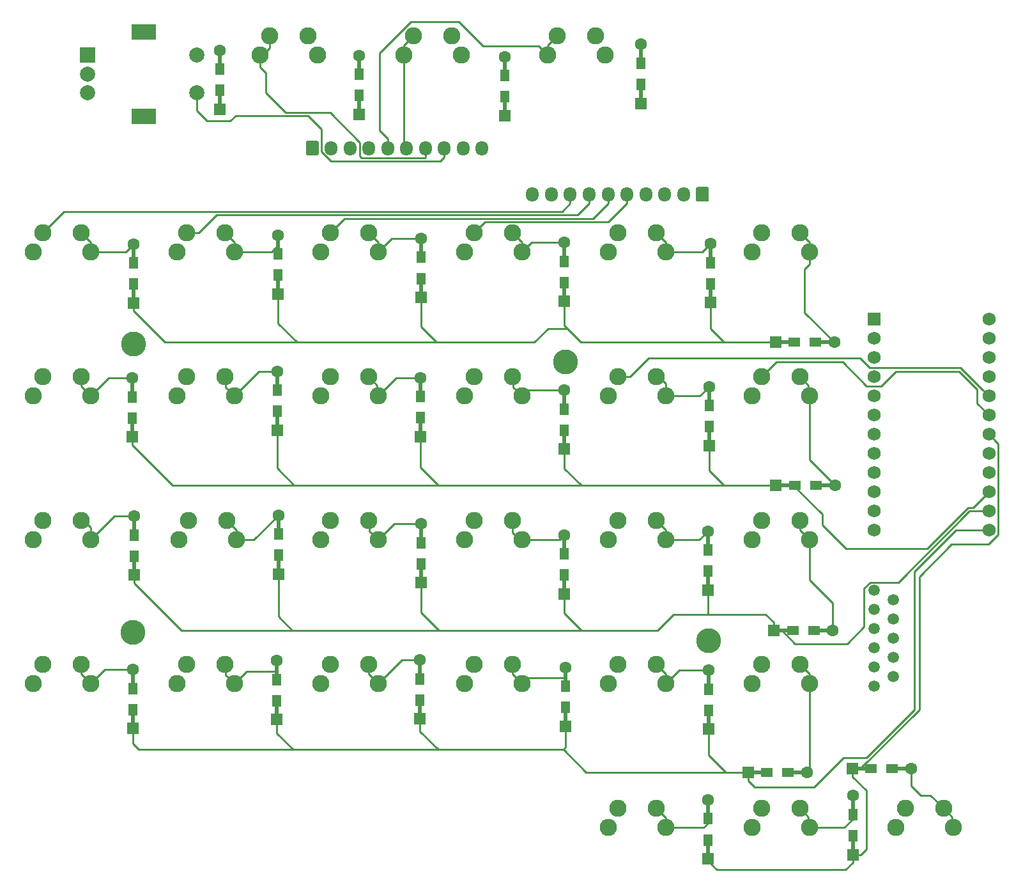
<source format=gbl>
G04 #@! TF.GenerationSoftware,KiCad,Pcbnew,(5.1.5-0-10_14)*
G04 #@! TF.CreationDate,2021-05-07T17:03:44+03:00*
G04 #@! TF.ProjectId,Sotka,536f746b-612e-46b6-9963-61645f706362,rev?*
G04 #@! TF.SameCoordinates,Original*
G04 #@! TF.FileFunction,Copper,L2,Bot*
G04 #@! TF.FilePolarity,Positive*
%FSLAX46Y46*%
G04 Gerber Fmt 4.6, Leading zero omitted, Abs format (unit mm)*
G04 Created by KiCad (PCBNEW (5.1.5-0-10_14)) date 2021-05-07 17:03:44*
%MOMM*%
%LPD*%
G04 APERTURE LIST*
%ADD10C,3.300000*%
%ADD11C,1.500000*%
%ADD12R,1.600000X1.600000*%
%ADD13C,1.600000*%
%ADD14R,0.500000X2.900000*%
%ADD15R,1.200000X1.600000*%
%ADD16R,2.900000X0.500000*%
%ADD17R,1.600000X1.200000*%
%ADD18C,2.286000*%
%ADD19C,2.000000*%
%ADD20R,3.200000X2.000000*%
%ADD21R,2.000000X2.000000*%
%ADD22C,1.752600*%
%ADD23R,1.752600X1.752600*%
%ADD24O,1.700000X1.950000*%
%ADD25C,0.100000*%
%ADD26C,0.250000*%
G04 APERTURE END LIST*
D10*
X100060000Y-69100000D03*
X42740000Y-104980000D03*
X42870000Y-66740000D03*
X119050000Y-106050000D03*
D11*
X143540000Y-105730000D03*
X141000000Y-112080000D03*
X141000000Y-107000000D03*
X143540000Y-108270000D03*
X143540000Y-110810000D03*
X141000000Y-109540000D03*
D12*
X42760000Y-117670000D03*
D13*
X42760000Y-109870000D03*
D14*
X42760000Y-116270000D03*
D15*
X42760000Y-115170000D03*
X42760000Y-112370000D03*
D14*
X42760000Y-111270000D03*
D12*
X42690000Y-79070000D03*
D13*
X42690000Y-71270000D03*
D14*
X42690000Y-77670000D03*
D15*
X42690000Y-76570000D03*
X42690000Y-73770000D03*
D14*
X42690000Y-72670000D03*
D12*
X42930000Y-97350000D03*
D13*
X42930000Y-89550000D03*
D14*
X42930000Y-95950000D03*
D15*
X42930000Y-94850000D03*
X42930000Y-92050000D03*
D14*
X42930000Y-90950000D03*
D12*
X42890000Y-61350000D03*
D13*
X42890000Y-53550000D03*
D14*
X42890000Y-59950000D03*
D15*
X42890000Y-58850000D03*
X42890000Y-56050000D03*
D14*
X42890000Y-54950000D03*
D12*
X61820000Y-116480000D03*
D13*
X61820000Y-108680000D03*
D14*
X61820000Y-115080000D03*
D15*
X61820000Y-113980000D03*
X61820000Y-111180000D03*
D14*
X61820000Y-110080000D03*
D12*
X61860000Y-78170000D03*
D13*
X61860000Y-70370000D03*
D14*
X61860000Y-76770000D03*
D15*
X61860000Y-75670000D03*
X61860000Y-72870000D03*
D14*
X61860000Y-71770000D03*
D12*
X62030000Y-97230000D03*
D13*
X62030000Y-89430000D03*
D14*
X62030000Y-95830000D03*
D15*
X62030000Y-94730000D03*
X62030000Y-91930000D03*
D14*
X62030000Y-90830000D03*
D12*
X62020000Y-60150000D03*
D13*
X62020000Y-52350000D03*
D14*
X62020000Y-58750000D03*
D15*
X62020000Y-57650000D03*
X62020000Y-54850000D03*
D14*
X62020000Y-53750000D03*
D12*
X80800000Y-116422500D03*
D13*
X80800000Y-108622500D03*
D14*
X80800000Y-115022500D03*
D15*
X80800000Y-113922500D03*
X80800000Y-111122500D03*
D14*
X80800000Y-110022500D03*
D12*
X118970000Y-134932500D03*
D13*
X118970000Y-127132500D03*
D14*
X118970000Y-133532500D03*
D15*
X118970000Y-132432500D03*
X118970000Y-129632500D03*
D14*
X118970000Y-128532500D03*
D12*
X80830000Y-79042500D03*
D13*
X80830000Y-71242500D03*
D14*
X80830000Y-77642500D03*
D15*
X80830000Y-76542500D03*
X80830000Y-73742500D03*
D14*
X80830000Y-72642500D03*
D12*
X80910000Y-98382500D03*
D13*
X80910000Y-90582500D03*
D14*
X80910000Y-96982500D03*
D15*
X80910000Y-95882500D03*
X80910000Y-93082500D03*
D14*
X80910000Y-91982500D03*
D12*
X80990000Y-60592500D03*
D13*
X80990000Y-52792500D03*
D14*
X80990000Y-59192500D03*
D15*
X80990000Y-58092500D03*
X80990000Y-55292500D03*
D14*
X80990000Y-54192500D03*
D12*
X100120000Y-117385000D03*
D13*
X100120000Y-109585000D03*
D14*
X100120000Y-115985000D03*
D15*
X100120000Y-114885000D03*
X100120000Y-112085000D03*
D14*
X100120000Y-110985000D03*
D12*
X138150000Y-134380000D03*
D13*
X138150000Y-126580000D03*
D14*
X138150000Y-132980000D03*
D15*
X138150000Y-131880000D03*
X138150000Y-129080000D03*
D14*
X138150000Y-127980000D03*
D12*
X99950000Y-80675000D03*
D13*
X99950000Y-72875000D03*
D14*
X99950000Y-79275000D03*
D15*
X99950000Y-78175000D03*
X99950000Y-75375000D03*
D14*
X99950000Y-74275000D03*
D12*
X99940000Y-99875000D03*
D13*
X99940000Y-92075000D03*
D14*
X99940000Y-98475000D03*
D15*
X99940000Y-97375000D03*
X99940000Y-94575000D03*
D14*
X99940000Y-93475000D03*
D12*
X99950000Y-61110000D03*
D13*
X99950000Y-53310000D03*
D14*
X99950000Y-59710000D03*
D15*
X99950000Y-58610000D03*
X99950000Y-55810000D03*
D14*
X99950000Y-54710000D03*
D12*
X119050000Y-117762500D03*
D13*
X119050000Y-109962500D03*
D14*
X119050000Y-116362500D03*
D15*
X119050000Y-115262500D03*
X119050000Y-112462500D03*
D14*
X119050000Y-111362500D03*
D12*
X138090000Y-123000000D03*
D13*
X145890000Y-123000000D03*
D16*
X139490000Y-123000000D03*
D17*
X140590000Y-123000000D03*
X143390000Y-123000000D03*
D16*
X144490000Y-123000000D03*
D12*
X119140000Y-80222500D03*
D13*
X119140000Y-72422500D03*
D14*
X119140000Y-78822500D03*
D15*
X119140000Y-77722500D03*
X119140000Y-74922500D03*
D14*
X119140000Y-73822500D03*
D12*
X118940000Y-99362500D03*
D13*
X118940000Y-91562500D03*
D14*
X118940000Y-97962500D03*
D15*
X118940000Y-96862500D03*
X118940000Y-94062500D03*
D14*
X118940000Y-92962500D03*
D12*
X119320000Y-61280000D03*
D13*
X119320000Y-53480000D03*
D14*
X119320000Y-59880000D03*
D15*
X119320000Y-58780000D03*
X119320000Y-55980000D03*
D14*
X119320000Y-54880000D03*
D12*
X124290000Y-123510000D03*
D13*
X132090000Y-123510000D03*
D16*
X125690000Y-123510000D03*
D17*
X126790000Y-123510000D03*
X129590000Y-123510000D03*
D16*
X130690000Y-123510000D03*
D12*
X127980000Y-85480000D03*
D13*
X135780000Y-85480000D03*
D16*
X129380000Y-85480000D03*
D17*
X130480000Y-85480000D03*
X133280000Y-85480000D03*
D16*
X134380000Y-85480000D03*
D12*
X127700000Y-104680000D03*
D13*
X135500000Y-104680000D03*
D16*
X129100000Y-104680000D03*
D17*
X130200000Y-104680000D03*
X133000000Y-104680000D03*
D16*
X134100000Y-104680000D03*
D12*
X127900000Y-66510000D03*
D13*
X135700000Y-66510000D03*
D16*
X129300000Y-66510000D03*
D17*
X130400000Y-66510000D03*
X133200000Y-66510000D03*
D16*
X134300000Y-66510000D03*
D18*
X29527500Y-111760000D03*
X35877500Y-109220000D03*
X30797500Y-109220000D03*
X37147500Y-111760000D03*
X29527500Y-73660000D03*
X35877500Y-71120000D03*
X30797500Y-71120000D03*
X37147500Y-73660000D03*
X29527500Y-92710000D03*
X35877500Y-90170000D03*
X30797500Y-90170000D03*
X37147500Y-92710000D03*
X48577500Y-111760000D03*
X54927500Y-109220000D03*
X49847500Y-109220000D03*
X56197500Y-111760000D03*
X48577500Y-73660000D03*
X54927500Y-71120000D03*
X49847500Y-71120000D03*
X56197500Y-73660000D03*
X48895000Y-92710000D03*
X55245000Y-90170000D03*
X50165000Y-90170000D03*
X56515000Y-92710000D03*
X48577500Y-54610000D03*
X54927500Y-52070000D03*
X49847500Y-52070000D03*
X56197500Y-54610000D03*
X67627500Y-111760000D03*
X73977500Y-109220000D03*
X68897500Y-109220000D03*
X75247500Y-111760000D03*
X105727500Y-130810000D03*
X112077500Y-128270000D03*
X106997500Y-128270000D03*
X113347500Y-130810000D03*
X67627500Y-73660000D03*
X73977500Y-71120000D03*
X68897500Y-71120000D03*
X75247500Y-73660000D03*
X67627500Y-92710000D03*
X73977500Y-90170000D03*
X68897500Y-90170000D03*
X75247500Y-92710000D03*
X67627500Y-54610000D03*
X73977500Y-52070000D03*
X68897500Y-52070000D03*
X75247500Y-54610000D03*
X86677500Y-111760000D03*
X93027500Y-109220000D03*
X87947500Y-109220000D03*
X94297500Y-111760000D03*
X124777500Y-130810000D03*
X131127500Y-128270000D03*
X126047500Y-128270000D03*
X132397500Y-130810000D03*
X86677500Y-73660000D03*
X93027500Y-71120000D03*
X87947500Y-71120000D03*
X94297500Y-73660000D03*
X86677500Y-92710000D03*
X93027500Y-90170000D03*
X87947500Y-90170000D03*
X94297500Y-92710000D03*
X86677500Y-54610000D03*
X93027500Y-52070000D03*
X87947500Y-52070000D03*
X94297500Y-54610000D03*
X105727500Y-111760000D03*
X112077500Y-109220000D03*
X106997500Y-109220000D03*
X113347500Y-111760000D03*
X143827500Y-130810000D03*
X150177500Y-128270000D03*
X145097500Y-128270000D03*
X151447500Y-130810000D03*
X105727500Y-73660000D03*
X112077500Y-71120000D03*
X106997500Y-71120000D03*
X113347500Y-73660000D03*
X105727500Y-92710000D03*
X112077500Y-90170000D03*
X106997500Y-90170000D03*
X113347500Y-92710000D03*
X105727500Y-54610000D03*
X112077500Y-52070000D03*
X106997500Y-52070000D03*
X113347500Y-54610000D03*
X124777500Y-111760000D03*
X131127500Y-109220000D03*
X126047500Y-109220000D03*
X132397500Y-111760000D03*
X124777500Y-73660000D03*
X131127500Y-71120000D03*
X126047500Y-71120000D03*
X132397500Y-73660000D03*
X124777500Y-92710000D03*
X131127500Y-90170000D03*
X126047500Y-90170000D03*
X132397500Y-92710000D03*
X124777500Y-54610000D03*
X131127500Y-52070000D03*
X126047500Y-52070000D03*
X132397500Y-54610000D03*
X29527500Y-54610000D03*
X35877500Y-52070000D03*
X30797500Y-52070000D03*
X37147500Y-54610000D03*
D19*
X51217500Y-33512500D03*
X51217500Y-28512500D03*
D20*
X44217500Y-36612500D03*
X44217500Y-25412500D03*
D19*
X36717500Y-33512500D03*
X36717500Y-31012500D03*
D21*
X36717500Y-28512500D03*
D22*
X156190000Y-63500000D03*
X140950000Y-91440000D03*
X156190000Y-66040000D03*
X156190000Y-68580000D03*
X156190000Y-71120000D03*
X156190000Y-73660000D03*
X156190000Y-76200000D03*
X156190000Y-78740000D03*
X156190000Y-81280000D03*
X156190000Y-83820000D03*
X156190000Y-86360000D03*
X156190000Y-88900000D03*
X156190000Y-91440000D03*
X140950000Y-88900000D03*
X140950000Y-86360000D03*
X140950000Y-83820000D03*
X140950000Y-81280000D03*
X140950000Y-78740000D03*
X140950000Y-76200000D03*
X140950000Y-73660000D03*
X140950000Y-71120000D03*
X140950000Y-68580000D03*
X140950000Y-66040000D03*
D23*
X140950000Y-63500000D03*
D12*
X54240000Y-35680000D03*
D13*
X54240000Y-27880000D03*
D14*
X54240000Y-34280000D03*
D15*
X54240000Y-33180000D03*
X54240000Y-30380000D03*
D14*
X54240000Y-29280000D03*
D12*
X72740000Y-36370000D03*
D13*
X72740000Y-28570000D03*
D14*
X72740000Y-34970000D03*
D15*
X72740000Y-33870000D03*
X72740000Y-31070000D03*
D14*
X72740000Y-29970000D03*
D12*
X92050000Y-36540000D03*
D13*
X92050000Y-28740000D03*
D14*
X92050000Y-35140000D03*
D15*
X92050000Y-34040000D03*
X92050000Y-31240000D03*
D14*
X92050000Y-30140000D03*
D12*
X110080000Y-34900000D03*
D13*
X110080000Y-27100000D03*
D14*
X110080000Y-33500000D03*
D15*
X110080000Y-32400000D03*
X110080000Y-29600000D03*
D14*
X110080000Y-28500000D03*
D24*
X89030000Y-40820000D03*
X86530000Y-40820000D03*
X84030000Y-40820000D03*
X81530000Y-40820000D03*
X79030000Y-40820000D03*
X76530000Y-40820000D03*
X74030000Y-40820000D03*
X71530000Y-40820000D03*
X69030000Y-40820000D03*
G04 #@! TA.AperFunction,ComponentPad*
D25*
G36*
X67154504Y-39846204D02*
G01*
X67178773Y-39849804D01*
X67202571Y-39855765D01*
X67225671Y-39864030D01*
X67247849Y-39874520D01*
X67268893Y-39887133D01*
X67288598Y-39901747D01*
X67306777Y-39918223D01*
X67323253Y-39936402D01*
X67337867Y-39956107D01*
X67350480Y-39977151D01*
X67360970Y-39999329D01*
X67369235Y-40022429D01*
X67375196Y-40046227D01*
X67378796Y-40070496D01*
X67380000Y-40095000D01*
X67380000Y-41545000D01*
X67378796Y-41569504D01*
X67375196Y-41593773D01*
X67369235Y-41617571D01*
X67360970Y-41640671D01*
X67350480Y-41662849D01*
X67337867Y-41683893D01*
X67323253Y-41703598D01*
X67306777Y-41721777D01*
X67288598Y-41738253D01*
X67268893Y-41752867D01*
X67247849Y-41765480D01*
X67225671Y-41775970D01*
X67202571Y-41784235D01*
X67178773Y-41790196D01*
X67154504Y-41793796D01*
X67130000Y-41795000D01*
X65930000Y-41795000D01*
X65905496Y-41793796D01*
X65881227Y-41790196D01*
X65857429Y-41784235D01*
X65834329Y-41775970D01*
X65812151Y-41765480D01*
X65791107Y-41752867D01*
X65771402Y-41738253D01*
X65753223Y-41721777D01*
X65736747Y-41703598D01*
X65722133Y-41683893D01*
X65709520Y-41662849D01*
X65699030Y-41640671D01*
X65690765Y-41617571D01*
X65684804Y-41593773D01*
X65681204Y-41569504D01*
X65680000Y-41545000D01*
X65680000Y-40095000D01*
X65681204Y-40070496D01*
X65684804Y-40046227D01*
X65690765Y-40022429D01*
X65699030Y-39999329D01*
X65709520Y-39977151D01*
X65722133Y-39956107D01*
X65736747Y-39936402D01*
X65753223Y-39918223D01*
X65771402Y-39901747D01*
X65791107Y-39887133D01*
X65812151Y-39874520D01*
X65834329Y-39864030D01*
X65857429Y-39855765D01*
X65881227Y-39849804D01*
X65905496Y-39846204D01*
X65930000Y-39845000D01*
X67130000Y-39845000D01*
X67154504Y-39846204D01*
G37*
G04 #@! TD.AperFunction*
D24*
X95720000Y-46950000D03*
X98220000Y-46950000D03*
X100720000Y-46950000D03*
X103220000Y-46950000D03*
X105720000Y-46950000D03*
X108220000Y-46950000D03*
X110720000Y-46950000D03*
X113220000Y-46950000D03*
X115720000Y-46950000D03*
G04 #@! TA.AperFunction,ComponentPad*
D25*
G36*
X118844504Y-45976204D02*
G01*
X118868773Y-45979804D01*
X118892571Y-45985765D01*
X118915671Y-45994030D01*
X118937849Y-46004520D01*
X118958893Y-46017133D01*
X118978598Y-46031747D01*
X118996777Y-46048223D01*
X119013253Y-46066402D01*
X119027867Y-46086107D01*
X119040480Y-46107151D01*
X119050970Y-46129329D01*
X119059235Y-46152429D01*
X119065196Y-46176227D01*
X119068796Y-46200496D01*
X119070000Y-46225000D01*
X119070000Y-47675000D01*
X119068796Y-47699504D01*
X119065196Y-47723773D01*
X119059235Y-47747571D01*
X119050970Y-47770671D01*
X119040480Y-47792849D01*
X119027867Y-47813893D01*
X119013253Y-47833598D01*
X118996777Y-47851777D01*
X118978598Y-47868253D01*
X118958893Y-47882867D01*
X118937849Y-47895480D01*
X118915671Y-47905970D01*
X118892571Y-47914235D01*
X118868773Y-47920196D01*
X118844504Y-47923796D01*
X118820000Y-47925000D01*
X117620000Y-47925000D01*
X117595496Y-47923796D01*
X117571227Y-47920196D01*
X117547429Y-47914235D01*
X117524329Y-47905970D01*
X117502151Y-47895480D01*
X117481107Y-47882867D01*
X117461402Y-47868253D01*
X117443223Y-47851777D01*
X117426747Y-47833598D01*
X117412133Y-47813893D01*
X117399520Y-47792849D01*
X117389030Y-47770671D01*
X117380765Y-47747571D01*
X117374804Y-47723773D01*
X117371204Y-47699504D01*
X117370000Y-47675000D01*
X117370000Y-46225000D01*
X117371204Y-46200496D01*
X117374804Y-46176227D01*
X117380765Y-46152429D01*
X117389030Y-46129329D01*
X117399520Y-46107151D01*
X117412133Y-46086107D01*
X117426747Y-46066402D01*
X117443223Y-46048223D01*
X117461402Y-46031747D01*
X117481107Y-46017133D01*
X117502151Y-46004520D01*
X117524329Y-45994030D01*
X117547429Y-45985765D01*
X117571227Y-45979804D01*
X117595496Y-45976204D01*
X117620000Y-45975000D01*
X118820000Y-45975000D01*
X118844504Y-45976204D01*
G37*
G04 #@! TD.AperFunction*
D18*
X59602500Y-28472500D03*
X65952500Y-25932500D03*
X60872500Y-25932500D03*
X67222500Y-28472500D03*
X78652500Y-28472500D03*
X85002500Y-25932500D03*
X79922500Y-25932500D03*
X86272500Y-28472500D03*
X97702500Y-28472500D03*
X104052500Y-25932500D03*
X98972500Y-25932500D03*
X105322500Y-28472500D03*
D11*
X143540000Y-105735000D03*
X141000000Y-99385000D03*
X141000000Y-104465000D03*
X143540000Y-103195000D03*
X143540000Y-100655000D03*
X141000000Y-101925000D03*
D26*
X42930000Y-98400000D02*
X42930000Y-97350000D01*
X49210000Y-104680000D02*
X42930000Y-98400000D01*
X62030000Y-102860000D02*
X62030000Y-97230000D01*
X63850000Y-104680000D02*
X62030000Y-102860000D01*
X63850000Y-104680000D02*
X49210000Y-104680000D01*
X80910000Y-102310000D02*
X80910000Y-98382500D01*
X83280000Y-104680000D02*
X80910000Y-102310000D01*
X83280000Y-104680000D02*
X63850000Y-104680000D01*
X99940000Y-102440000D02*
X99940000Y-99875000D01*
X102180000Y-104680000D02*
X99940000Y-102440000D01*
X102180000Y-104680000D02*
X83280000Y-104680000D01*
X154950725Y-88900000D02*
X156190000Y-88900000D01*
X139660000Y-99133998D02*
X140483999Y-98309999D01*
X144200001Y-98309999D02*
X153610000Y-88900000D01*
X139660000Y-104230000D02*
X139660000Y-99133998D01*
X153610000Y-88900000D02*
X156190000Y-88900000D01*
X137450000Y-106440000D02*
X139660000Y-104230000D01*
X140483999Y-98309999D02*
X144200001Y-98309999D01*
X130510000Y-106440000D02*
X137450000Y-106440000D01*
X128750000Y-104680000D02*
X130510000Y-106440000D01*
X127700000Y-104680000D02*
X128750000Y-104680000D01*
X127700000Y-103630000D02*
X127700000Y-104680000D01*
X126620000Y-102550000D02*
X127700000Y-103630000D01*
X118940000Y-102550000D02*
X126620000Y-102550000D01*
X118940000Y-99362500D02*
X118940000Y-102550000D01*
X118940000Y-102550000D02*
X114400000Y-102550000D01*
X112270000Y-104680000D02*
X102180000Y-104680000D01*
X114400000Y-102550000D02*
X112270000Y-104680000D01*
X42890000Y-62400000D02*
X42890000Y-61350000D01*
X47000000Y-66510000D02*
X42890000Y-62400000D01*
X65110000Y-66510000D02*
X64490000Y-66510000D01*
X65110000Y-66510000D02*
X47000000Y-66510000D01*
X62020000Y-64040000D02*
X62020000Y-60150000D01*
X64490000Y-66510000D02*
X62020000Y-64040000D01*
X80990000Y-64510000D02*
X80990000Y-60592500D01*
X82990000Y-66510000D02*
X80990000Y-64510000D01*
X82990000Y-66510000D02*
X65110000Y-66510000D01*
X99950000Y-64330000D02*
X99950000Y-61110000D01*
X119320000Y-64740000D02*
X119320000Y-61280000D01*
X121090000Y-66510000D02*
X119320000Y-64740000D01*
X127900000Y-66510000D02*
X121090000Y-66510000D01*
X121090000Y-66510000D02*
X102130000Y-66510000D01*
X102130000Y-66510000D02*
X100340000Y-64720000D01*
X100340000Y-64720000D02*
X97760000Y-64720000D01*
X100340000Y-64720000D02*
X99950000Y-64330000D01*
X95970000Y-66510000D02*
X82990000Y-66510000D01*
X97760000Y-64720000D02*
X95970000Y-66510000D01*
X42690000Y-80120000D02*
X42690000Y-79070000D01*
X48050000Y-85480000D02*
X42690000Y-80120000D01*
X61860000Y-83220000D02*
X61860000Y-78170000D01*
X64120000Y-85480000D02*
X61860000Y-83220000D01*
X64120000Y-85480000D02*
X48050000Y-85480000D01*
X83230000Y-85480000D02*
X80830000Y-83080000D01*
X80830000Y-83080000D02*
X80830000Y-79042500D01*
X83230000Y-85480000D02*
X64120000Y-85480000D01*
X102180000Y-85480000D02*
X99950000Y-83250000D01*
X99950000Y-83250000D02*
X99950000Y-80675000D01*
X102180000Y-85480000D02*
X83230000Y-85480000D01*
X119140000Y-83540000D02*
X119140000Y-80222500D01*
X121080000Y-85480000D02*
X119140000Y-83540000D01*
X127980000Y-85480000D02*
X121080000Y-85480000D01*
X121080000Y-85480000D02*
X102180000Y-85480000D01*
X156190000Y-86360000D02*
X154100010Y-88449990D01*
X154100010Y-88449990D02*
X153423599Y-88449991D01*
X153423599Y-88449991D02*
X147983590Y-93890000D01*
X137290000Y-93890000D02*
X134100000Y-90700000D01*
X147983590Y-93890000D02*
X137290000Y-93890000D01*
X134100000Y-90700000D02*
X134100000Y-89320000D01*
X130260000Y-85480000D02*
X127980000Y-85480000D01*
X134100000Y-89320000D02*
X130260000Y-85480000D01*
X37147500Y-53340000D02*
X37147500Y-54610000D01*
X35877500Y-52070000D02*
X37147500Y-53340000D01*
X41830000Y-54610000D02*
X42890000Y-53550000D01*
X37147500Y-54610000D02*
X41830000Y-54610000D01*
X56197500Y-53340000D02*
X56197500Y-54610000D01*
X54927500Y-52070000D02*
X56197500Y-53340000D01*
X61160000Y-54610000D02*
X62020000Y-53750000D01*
X56197500Y-54610000D02*
X61160000Y-54610000D01*
X75247500Y-53340000D02*
X75247500Y-54610000D01*
X73977500Y-52070000D02*
X75247500Y-53340000D01*
X77065000Y-52792500D02*
X80990000Y-52792500D01*
X75247500Y-54610000D02*
X77065000Y-52792500D01*
X94297500Y-53340000D02*
X94297500Y-54610000D01*
X93027500Y-52070000D02*
X94297500Y-53340000D01*
X95597500Y-53310000D02*
X99950000Y-53310000D01*
X94297500Y-54610000D02*
X95597500Y-53310000D01*
X42760000Y-119700000D02*
X42760000Y-117670000D01*
X43540000Y-120480000D02*
X42760000Y-119700000D01*
X102820000Y-123510000D02*
X99790000Y-120480000D01*
X61820000Y-118320000D02*
X61820000Y-116480000D01*
X63980000Y-120480000D02*
X61820000Y-118320000D01*
X63980000Y-120480000D02*
X43540000Y-120480000D01*
X80800000Y-118060000D02*
X80800000Y-116422500D01*
X83220000Y-120480000D02*
X80800000Y-118060000D01*
X99790000Y-120480000D02*
X83220000Y-120480000D01*
X83220000Y-120480000D02*
X63980000Y-120480000D01*
X100120000Y-120150000D02*
X100120000Y-117385000D01*
X99790000Y-120480000D02*
X100120000Y-120150000D01*
X119050000Y-121240000D02*
X119050000Y-117762500D01*
X121320000Y-123510000D02*
X119050000Y-121240000D01*
X124290000Y-123510000D02*
X121320000Y-123510000D01*
X121320000Y-123510000D02*
X102820000Y-123510000D01*
X124290000Y-124560000D02*
X124290000Y-123510000D01*
X125140000Y-125410000D02*
X124290000Y-124560000D01*
X133060000Y-125410000D02*
X125140000Y-125410000D01*
X136910000Y-121560000D02*
X133060000Y-125410000D01*
X156190000Y-91440000D02*
X151797588Y-91440000D01*
X146310000Y-115193590D02*
X139943590Y-121560000D01*
X139943590Y-121560000D02*
X136910000Y-121560000D01*
X146310000Y-96927588D02*
X146310000Y-115193590D01*
X151797588Y-91440000D02*
X146310000Y-96927588D01*
X113347500Y-53340000D02*
X113347500Y-54610000D01*
X112077500Y-52070000D02*
X113347500Y-53340000D01*
X118520001Y-54279999D02*
X119320000Y-53480000D01*
X118190000Y-54610000D02*
X118520001Y-54279999D01*
X113347500Y-54610000D02*
X118190000Y-54610000D01*
X132397500Y-53340000D02*
X132397500Y-54610000D01*
X131127500Y-52070000D02*
X132397500Y-53340000D01*
X132397500Y-56226446D02*
X131790000Y-56833946D01*
X132397500Y-54610000D02*
X132397500Y-56226446D01*
X131790000Y-62600000D02*
X135700000Y-66510000D01*
X131790000Y-56833946D02*
X131790000Y-62600000D01*
X39537500Y-71270000D02*
X37147500Y-73660000D01*
X42690000Y-71270000D02*
X39537500Y-71270000D01*
X35877500Y-72390000D02*
X35877500Y-71120000D01*
X37147500Y-73660000D02*
X35877500Y-72390000D01*
X59487500Y-70370000D02*
X56197500Y-73660000D01*
X61860000Y-70370000D02*
X59487500Y-70370000D01*
X55054501Y-71247001D02*
X54927500Y-71120000D01*
X55054501Y-72517001D02*
X55054501Y-71247001D01*
X56197500Y-73660000D02*
X55054501Y-72517001D01*
X77665000Y-71242500D02*
X75247500Y-73660000D01*
X80830000Y-71242500D02*
X77665000Y-71242500D01*
X75120499Y-73532999D02*
X75247500Y-73660000D01*
X75120499Y-72262999D02*
X75120499Y-73532999D01*
X73977500Y-71120000D02*
X75120499Y-72262999D01*
X95082500Y-72875000D02*
X94297500Y-73660000D01*
X99950000Y-72875000D02*
X95082500Y-72875000D01*
X93154501Y-72517001D02*
X93154501Y-71247001D01*
X93154501Y-71247001D02*
X93027500Y-71120000D01*
X94297500Y-73660000D02*
X93154501Y-72517001D01*
X117902500Y-73660000D02*
X113347500Y-73660000D01*
X119140000Y-72422500D02*
X117902500Y-73660000D01*
X113347500Y-72043554D02*
X112423946Y-71120000D01*
X112423946Y-71120000D02*
X112077500Y-71120000D01*
X113347500Y-73660000D02*
X113347500Y-72043554D01*
X132270499Y-72262999D02*
X132270499Y-73532999D01*
X132270499Y-73532999D02*
X132397500Y-73660000D01*
X131127500Y-71120000D02*
X132270499Y-72262999D01*
X132397500Y-82097500D02*
X135780000Y-85480000D01*
X132397500Y-73660000D02*
X132397500Y-82097500D01*
X40307500Y-89550000D02*
X37147500Y-92710000D01*
X42930000Y-89550000D02*
X40307500Y-89550000D01*
X36223946Y-90170000D02*
X35877500Y-90170000D01*
X37147500Y-91093554D02*
X36223946Y-90170000D01*
X37147500Y-92710000D02*
X37147500Y-91093554D01*
X58750000Y-92710000D02*
X62030000Y-89430000D01*
X56515000Y-92710000D02*
X58750000Y-92710000D01*
X56515000Y-91440000D02*
X56515000Y-92710000D01*
X55245000Y-90170000D02*
X56515000Y-91440000D01*
X77375000Y-90582500D02*
X75247500Y-92710000D01*
X80910000Y-90582500D02*
X77375000Y-90582500D01*
X74104501Y-90297001D02*
X73977500Y-90170000D01*
X74104501Y-91567001D02*
X74104501Y-90297001D01*
X75247500Y-92710000D02*
X74104501Y-91567001D01*
X93951054Y-92710000D02*
X94297500Y-92710000D01*
X93027500Y-91786446D02*
X93951054Y-92710000D01*
X93027500Y-90170000D02*
X93027500Y-91786446D01*
X99305000Y-92710000D02*
X99940000Y-92075000D01*
X94297500Y-92710000D02*
X99305000Y-92710000D01*
X113347500Y-91440000D02*
X113347500Y-92710000D01*
X112077500Y-90170000D02*
X113347500Y-91440000D01*
X117792500Y-92710000D02*
X118940000Y-91562500D01*
X113347500Y-92710000D02*
X117792500Y-92710000D01*
X135500000Y-104680000D02*
X135500000Y-101080000D01*
X132397500Y-97977500D02*
X132397500Y-92710000D01*
X135500000Y-101080000D02*
X132397500Y-97977500D01*
X131127500Y-91440000D02*
X131127500Y-90170000D01*
X132397500Y-92710000D02*
X131127500Y-91440000D01*
X39037500Y-109870000D02*
X37147500Y-111760000D01*
X42760000Y-109870000D02*
X39037500Y-109870000D01*
X35877500Y-110490000D02*
X35877500Y-109220000D01*
X37147500Y-111760000D02*
X35877500Y-110490000D01*
X57877500Y-110080000D02*
X56197500Y-111760000D01*
X61820000Y-110080000D02*
X57877500Y-110080000D01*
X55054501Y-109347001D02*
X54927500Y-109220000D01*
X55054501Y-110617001D02*
X55054501Y-109347001D01*
X56197500Y-111760000D02*
X55054501Y-110617001D01*
X78385000Y-108622500D02*
X75247500Y-111760000D01*
X80800000Y-108622500D02*
X78385000Y-108622500D01*
X73977500Y-110490000D02*
X73977500Y-109220000D01*
X75247500Y-111760000D02*
X73977500Y-110490000D01*
X95072500Y-110985000D02*
X94297500Y-111760000D01*
X100120000Y-110985000D02*
X95072500Y-110985000D01*
X93027500Y-110490000D02*
X93027500Y-109220000D01*
X94297500Y-111760000D02*
X93027500Y-110490000D01*
X113347500Y-110490000D02*
X113347500Y-111760000D01*
X112077500Y-109220000D02*
X113347500Y-110490000D01*
X115145000Y-109962500D02*
X113347500Y-111760000D01*
X119050000Y-109962500D02*
X115145000Y-109962500D01*
X33615531Y-49251969D02*
X31940499Y-50927001D01*
X99643031Y-49251969D02*
X33615531Y-49251969D01*
X31940499Y-50927001D02*
X30797500Y-52070000D01*
X100720000Y-48175000D02*
X99643031Y-49251969D01*
X100720000Y-46950000D02*
X100720000Y-48175000D01*
X51463946Y-52070000D02*
X53831967Y-49701979D01*
X49847500Y-52070000D02*
X51463946Y-52070000D01*
X103220000Y-48175000D02*
X103220000Y-46950000D01*
X101693021Y-49701979D02*
X103220000Y-48175000D01*
X53831967Y-49701979D02*
X101693021Y-49701979D01*
X68897500Y-52070000D02*
X70815511Y-50151989D01*
X103743011Y-50151989D02*
X105720000Y-48175000D01*
X105720000Y-48175000D02*
X105720000Y-46950000D01*
X70815511Y-50151989D02*
X103743011Y-50151989D01*
X108220000Y-48175000D02*
X108220000Y-46950000D01*
X105793001Y-50601999D02*
X108220000Y-48175000D01*
X89415501Y-50601999D02*
X105793001Y-50601999D01*
X87947500Y-52070000D02*
X89415501Y-50601999D01*
X108613946Y-71120000D02*
X111093946Y-68640000D01*
X106997500Y-71120000D02*
X108613946Y-71120000D01*
X152448699Y-69918699D02*
X155313701Y-72783701D01*
X140388699Y-69918699D02*
X152448699Y-69918699D01*
X155313701Y-72783701D02*
X156190000Y-73660000D01*
X139110000Y-68640000D02*
X140388699Y-69918699D01*
X111093946Y-68640000D02*
X139110000Y-68640000D01*
X136810000Y-69140000D02*
X128027500Y-69140000D01*
X139991301Y-72321301D02*
X136810000Y-69140000D01*
X141928699Y-72321301D02*
X139991301Y-72321301D01*
X152263590Y-70370000D02*
X143880000Y-70370000D01*
X154640000Y-72746410D02*
X152263590Y-70370000D01*
X143880000Y-70370000D02*
X141928699Y-72321301D01*
X128027500Y-69140000D02*
X126047500Y-71120000D01*
X154640000Y-74650000D02*
X154640000Y-72746410D01*
X156190000Y-76200000D02*
X154640000Y-74650000D01*
X132397500Y-110490000D02*
X132397500Y-111760000D01*
X131127500Y-109220000D02*
X132397500Y-110490000D01*
X132397500Y-123202500D02*
X132090000Y-123510000D01*
X132397500Y-111760000D02*
X132397500Y-123202500D01*
X138090000Y-124050000D02*
X139940000Y-125900000D01*
X138090000Y-123000000D02*
X138090000Y-124050000D01*
X139200000Y-134380000D02*
X138150000Y-134380000D01*
X139940000Y-133640000D02*
X139200000Y-134380000D01*
X139940000Y-125900000D02*
X139940000Y-133640000D01*
X139140000Y-123000000D02*
X146950000Y-115190000D01*
X138090000Y-123000000D02*
X139140000Y-123000000D01*
X146950000Y-97570702D02*
X151240702Y-93280000D01*
X146950000Y-115190000D02*
X146950000Y-97570702D01*
X157066299Y-79616299D02*
X156190000Y-78740000D01*
X157391301Y-79941301D02*
X157066299Y-79616299D01*
X157391301Y-92016625D02*
X157391301Y-79941301D01*
X156127926Y-93280000D02*
X157391301Y-92016625D01*
X151240702Y-93280000D02*
X156127926Y-93280000D01*
X118970000Y-135232500D02*
X120127500Y-136390000D01*
X118970000Y-133532500D02*
X118970000Y-135232500D01*
X137190000Y-136390000D02*
X138150000Y-135430000D01*
X138150000Y-135430000D02*
X138150000Y-134380000D01*
X120127500Y-136390000D02*
X137190000Y-136390000D01*
X113347500Y-129540000D02*
X113347500Y-130810000D01*
X112077500Y-128270000D02*
X113347500Y-129540000D01*
X118970000Y-128263870D02*
X118970000Y-127132500D01*
X118970000Y-130232500D02*
X118970000Y-128263870D01*
X118392500Y-130810000D02*
X118970000Y-130232500D01*
X113347500Y-130810000D02*
X118392500Y-130810000D01*
X132270499Y-130682999D02*
X132397500Y-130810000D01*
X132270499Y-129412999D02*
X132270499Y-130682999D01*
X131127500Y-128270000D02*
X132270499Y-129412999D01*
X138150000Y-127711370D02*
X138150000Y-126580000D01*
X138150000Y-129680000D02*
X138150000Y-127711370D01*
X137020000Y-130810000D02*
X138150000Y-129680000D01*
X132397500Y-130810000D02*
X137020000Y-130810000D01*
X145890000Y-123000000D02*
X145890000Y-125260000D01*
X145890000Y-125260000D02*
X147190000Y-126560000D01*
X148467500Y-126560000D02*
X150177500Y-128270000D01*
X147190000Y-126560000D02*
X148467500Y-126560000D01*
X151320499Y-130682999D02*
X151447500Y-130810000D01*
X151320499Y-129412999D02*
X151320499Y-130682999D01*
X150177500Y-128270000D02*
X151320499Y-129412999D01*
X97702500Y-27202500D02*
X97702500Y-28472500D01*
X98972500Y-25932500D02*
X97702500Y-27202500D01*
X75430000Y-38495000D02*
X76530000Y-39595000D01*
X75430000Y-28252358D02*
X75430000Y-38495000D01*
X79582358Y-24100000D02*
X75430000Y-28252358D01*
X89139501Y-27329501D02*
X85910000Y-24100000D01*
X96559501Y-27329501D02*
X89139501Y-27329501D01*
X85910000Y-24100000D02*
X79582358Y-24100000D01*
X97702500Y-28472500D02*
X96559501Y-27329501D01*
X76530000Y-39595000D02*
X76530000Y-40820000D01*
X78652500Y-27202500D02*
X78652500Y-28472500D01*
X79922500Y-25932500D02*
X78652500Y-27202500D01*
X79030000Y-40240000D02*
X79030000Y-40820000D01*
X78652500Y-39862500D02*
X79030000Y-40240000D01*
X78652500Y-28472500D02*
X78652500Y-39862500D01*
X59948946Y-28472500D02*
X59602500Y-28472500D01*
X60872500Y-27548946D02*
X59948946Y-28472500D01*
X60872500Y-25932500D02*
X60872500Y-27548946D01*
X59602500Y-30088946D02*
X60360000Y-30846446D01*
X59602500Y-28472500D02*
X59602500Y-30088946D01*
X60360000Y-30846446D02*
X60360000Y-33460000D01*
X60360000Y-33460000D02*
X63000000Y-36100000D01*
X63000000Y-36100000D02*
X68890000Y-36100000D01*
X72854990Y-40064990D02*
X72854990Y-41874990D01*
X68890000Y-36100000D02*
X72854990Y-40064990D01*
X81530000Y-42045000D02*
X81530000Y-40820000D01*
X81454990Y-42120010D02*
X81530000Y-42045000D01*
X73100010Y-42120010D02*
X81454990Y-42120010D01*
X72854990Y-41874990D02*
X73100010Y-42120010D01*
X51217500Y-35867500D02*
X51217500Y-33512500D01*
X52610000Y-37260000D02*
X51217500Y-35867500D01*
X56359990Y-36550010D02*
X55650000Y-37260000D01*
X65970010Y-36550010D02*
X56359990Y-36550010D01*
X67705010Y-38285010D02*
X65970010Y-36550010D01*
X67705010Y-41281725D02*
X67705010Y-38285010D01*
X68993305Y-42570020D02*
X67705010Y-41281725D01*
X83504980Y-42570020D02*
X68993305Y-42570020D01*
X55650000Y-37260000D02*
X52610000Y-37260000D01*
X84030000Y-42045000D02*
X83504980Y-42570020D01*
X84030000Y-40820000D02*
X84030000Y-42045000D01*
M02*

</source>
